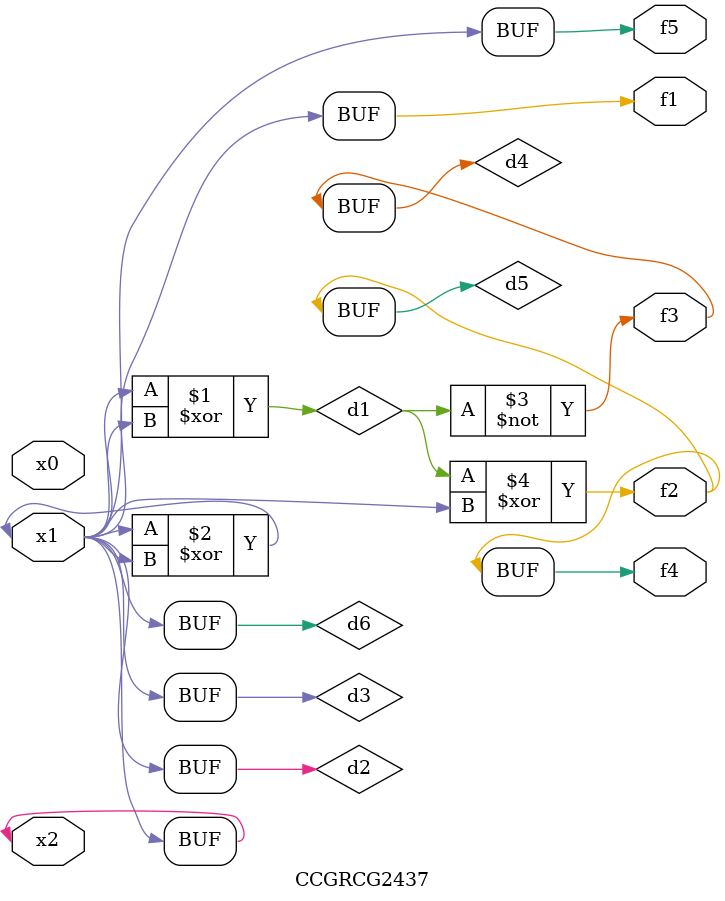
<source format=v>
module CCGRCG2437(
	input x0, x1, x2,
	output f1, f2, f3, f4, f5
);

	wire d1, d2, d3, d4, d5, d6;

	xor (d1, x1, x2);
	buf (d2, x1, x2);
	xor (d3, x1, x2);
	nor (d4, d1);
	xor (d5, d1, d2);
	buf (d6, d2, d3);
	assign f1 = d6;
	assign f2 = d5;
	assign f3 = d4;
	assign f4 = d5;
	assign f5 = d6;
endmodule

</source>
